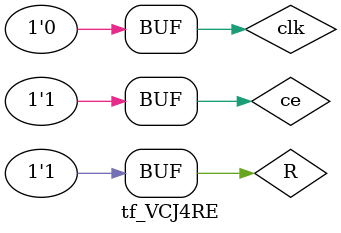
<source format=v>
`timescale 1ns / 1ps


module tf_VCJ4RE;

	// Inputs
	reg ce;
	reg clk;
	reg R;

	// Outputs
	wire TC;
	wire CEO;
	wire [3:0] Q;

	// Instantiate the Unit Under Test (UUT)
	VCJ4RE uut (
		.ce(ce), 
		.clk(clk), 
		.R(R), 
		.TC(TC), 
		.CEO(CEO), 
		.Q(Q)
	);

	parameter Tclk = 20;
	always begin clk = 1; #(Tclk/2); clk = 0; #(Tclk/2); end

	initial begin
		// Initialize Inputs
		clk = 0;
		ce = 1;
		R = 0;

		// Wait 100 ns for global reset to finish
		#100;		R = 1;
		#10;    R = 0;
		#1500;		R = 1;
        
		// Add stimulus here

	end
      
endmodule


</source>
